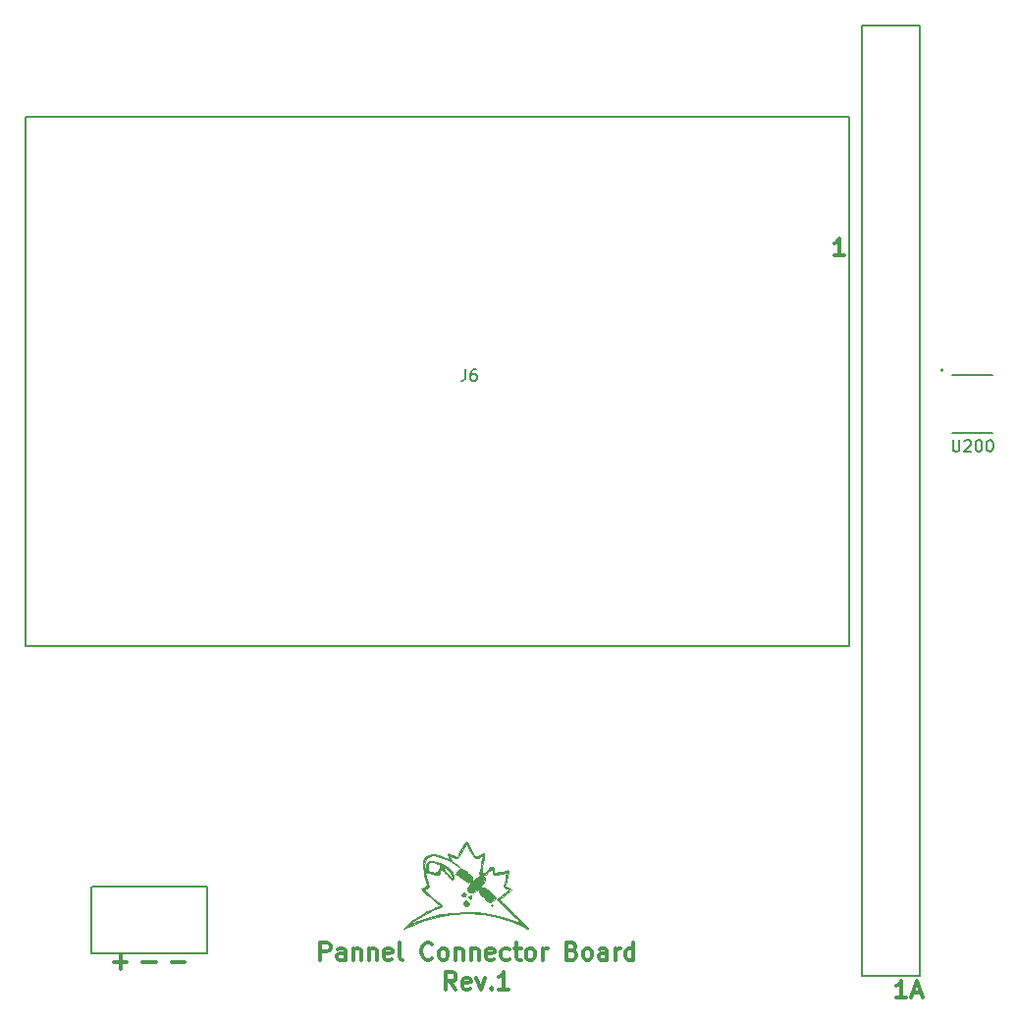
<source format=gbr>
G04 #@! TF.FileFunction,Legend,Top*
%FSLAX46Y46*%
G04 Gerber Fmt 4.6, Leading zero omitted, Abs format (unit mm)*
G04 Created by KiCad (PCBNEW 4.0.7-e2-6376~58~ubuntu16.04.1) date Sun Mar 18 18:41:19 2018*
%MOMM*%
%LPD*%
G01*
G04 APERTURE LIST*
%ADD10C,0.100000*%
%ADD11C,0.300000*%
%ADD12C,0.150000*%
%ADD13C,0.010000*%
G04 APERTURE END LIST*
D10*
D11*
X140250001Y-128903571D02*
X140250001Y-127403571D01*
X140821429Y-127403571D01*
X140964287Y-127475000D01*
X141035715Y-127546429D01*
X141107144Y-127689286D01*
X141107144Y-127903571D01*
X141035715Y-128046429D01*
X140964287Y-128117857D01*
X140821429Y-128189286D01*
X140250001Y-128189286D01*
X142392858Y-128903571D02*
X142392858Y-128117857D01*
X142321429Y-127975000D01*
X142178572Y-127903571D01*
X141892858Y-127903571D01*
X141750001Y-127975000D01*
X142392858Y-128832143D02*
X142250001Y-128903571D01*
X141892858Y-128903571D01*
X141750001Y-128832143D01*
X141678572Y-128689286D01*
X141678572Y-128546429D01*
X141750001Y-128403571D01*
X141892858Y-128332143D01*
X142250001Y-128332143D01*
X142392858Y-128260714D01*
X143107144Y-127903571D02*
X143107144Y-128903571D01*
X143107144Y-128046429D02*
X143178572Y-127975000D01*
X143321430Y-127903571D01*
X143535715Y-127903571D01*
X143678572Y-127975000D01*
X143750001Y-128117857D01*
X143750001Y-128903571D01*
X144464287Y-127903571D02*
X144464287Y-128903571D01*
X144464287Y-128046429D02*
X144535715Y-127975000D01*
X144678573Y-127903571D01*
X144892858Y-127903571D01*
X145035715Y-127975000D01*
X145107144Y-128117857D01*
X145107144Y-128903571D01*
X146392858Y-128832143D02*
X146250001Y-128903571D01*
X145964287Y-128903571D01*
X145821430Y-128832143D01*
X145750001Y-128689286D01*
X145750001Y-128117857D01*
X145821430Y-127975000D01*
X145964287Y-127903571D01*
X146250001Y-127903571D01*
X146392858Y-127975000D01*
X146464287Y-128117857D01*
X146464287Y-128260714D01*
X145750001Y-128403571D01*
X147321430Y-128903571D02*
X147178572Y-128832143D01*
X147107144Y-128689286D01*
X147107144Y-127403571D01*
X149892858Y-128760714D02*
X149821429Y-128832143D01*
X149607143Y-128903571D01*
X149464286Y-128903571D01*
X149250001Y-128832143D01*
X149107143Y-128689286D01*
X149035715Y-128546429D01*
X148964286Y-128260714D01*
X148964286Y-128046429D01*
X149035715Y-127760714D01*
X149107143Y-127617857D01*
X149250001Y-127475000D01*
X149464286Y-127403571D01*
X149607143Y-127403571D01*
X149821429Y-127475000D01*
X149892858Y-127546429D01*
X150750001Y-128903571D02*
X150607143Y-128832143D01*
X150535715Y-128760714D01*
X150464286Y-128617857D01*
X150464286Y-128189286D01*
X150535715Y-128046429D01*
X150607143Y-127975000D01*
X150750001Y-127903571D01*
X150964286Y-127903571D01*
X151107143Y-127975000D01*
X151178572Y-128046429D01*
X151250001Y-128189286D01*
X151250001Y-128617857D01*
X151178572Y-128760714D01*
X151107143Y-128832143D01*
X150964286Y-128903571D01*
X150750001Y-128903571D01*
X151892858Y-127903571D02*
X151892858Y-128903571D01*
X151892858Y-128046429D02*
X151964286Y-127975000D01*
X152107144Y-127903571D01*
X152321429Y-127903571D01*
X152464286Y-127975000D01*
X152535715Y-128117857D01*
X152535715Y-128903571D01*
X153250001Y-127903571D02*
X153250001Y-128903571D01*
X153250001Y-128046429D02*
X153321429Y-127975000D01*
X153464287Y-127903571D01*
X153678572Y-127903571D01*
X153821429Y-127975000D01*
X153892858Y-128117857D01*
X153892858Y-128903571D01*
X155178572Y-128832143D02*
X155035715Y-128903571D01*
X154750001Y-128903571D01*
X154607144Y-128832143D01*
X154535715Y-128689286D01*
X154535715Y-128117857D01*
X154607144Y-127975000D01*
X154750001Y-127903571D01*
X155035715Y-127903571D01*
X155178572Y-127975000D01*
X155250001Y-128117857D01*
X155250001Y-128260714D01*
X154535715Y-128403571D01*
X156535715Y-128832143D02*
X156392858Y-128903571D01*
X156107144Y-128903571D01*
X155964286Y-128832143D01*
X155892858Y-128760714D01*
X155821429Y-128617857D01*
X155821429Y-128189286D01*
X155892858Y-128046429D01*
X155964286Y-127975000D01*
X156107144Y-127903571D01*
X156392858Y-127903571D01*
X156535715Y-127975000D01*
X156964286Y-127903571D02*
X157535715Y-127903571D01*
X157178572Y-127403571D02*
X157178572Y-128689286D01*
X157250000Y-128832143D01*
X157392858Y-128903571D01*
X157535715Y-128903571D01*
X158250001Y-128903571D02*
X158107143Y-128832143D01*
X158035715Y-128760714D01*
X157964286Y-128617857D01*
X157964286Y-128189286D01*
X158035715Y-128046429D01*
X158107143Y-127975000D01*
X158250001Y-127903571D01*
X158464286Y-127903571D01*
X158607143Y-127975000D01*
X158678572Y-128046429D01*
X158750001Y-128189286D01*
X158750001Y-128617857D01*
X158678572Y-128760714D01*
X158607143Y-128832143D01*
X158464286Y-128903571D01*
X158250001Y-128903571D01*
X159392858Y-128903571D02*
X159392858Y-127903571D01*
X159392858Y-128189286D02*
X159464286Y-128046429D01*
X159535715Y-127975000D01*
X159678572Y-127903571D01*
X159821429Y-127903571D01*
X161964286Y-128117857D02*
X162178572Y-128189286D01*
X162250000Y-128260714D01*
X162321429Y-128403571D01*
X162321429Y-128617857D01*
X162250000Y-128760714D01*
X162178572Y-128832143D01*
X162035714Y-128903571D01*
X161464286Y-128903571D01*
X161464286Y-127403571D01*
X161964286Y-127403571D01*
X162107143Y-127475000D01*
X162178572Y-127546429D01*
X162250000Y-127689286D01*
X162250000Y-127832143D01*
X162178572Y-127975000D01*
X162107143Y-128046429D01*
X161964286Y-128117857D01*
X161464286Y-128117857D01*
X163178572Y-128903571D02*
X163035714Y-128832143D01*
X162964286Y-128760714D01*
X162892857Y-128617857D01*
X162892857Y-128189286D01*
X162964286Y-128046429D01*
X163035714Y-127975000D01*
X163178572Y-127903571D01*
X163392857Y-127903571D01*
X163535714Y-127975000D01*
X163607143Y-128046429D01*
X163678572Y-128189286D01*
X163678572Y-128617857D01*
X163607143Y-128760714D01*
X163535714Y-128832143D01*
X163392857Y-128903571D01*
X163178572Y-128903571D01*
X164964286Y-128903571D02*
X164964286Y-128117857D01*
X164892857Y-127975000D01*
X164750000Y-127903571D01*
X164464286Y-127903571D01*
X164321429Y-127975000D01*
X164964286Y-128832143D02*
X164821429Y-128903571D01*
X164464286Y-128903571D01*
X164321429Y-128832143D01*
X164250000Y-128689286D01*
X164250000Y-128546429D01*
X164321429Y-128403571D01*
X164464286Y-128332143D01*
X164821429Y-128332143D01*
X164964286Y-128260714D01*
X165678572Y-128903571D02*
X165678572Y-127903571D01*
X165678572Y-128189286D02*
X165750000Y-128046429D01*
X165821429Y-127975000D01*
X165964286Y-127903571D01*
X166107143Y-127903571D01*
X167250000Y-128903571D02*
X167250000Y-127403571D01*
X167250000Y-128832143D02*
X167107143Y-128903571D01*
X166821429Y-128903571D01*
X166678571Y-128832143D01*
X166607143Y-128760714D01*
X166535714Y-128617857D01*
X166535714Y-128189286D01*
X166607143Y-128046429D01*
X166678571Y-127975000D01*
X166821429Y-127903571D01*
X167107143Y-127903571D01*
X167250000Y-127975000D01*
X151928572Y-131453571D02*
X151428572Y-130739286D01*
X151071429Y-131453571D02*
X151071429Y-129953571D01*
X151642857Y-129953571D01*
X151785715Y-130025000D01*
X151857143Y-130096429D01*
X151928572Y-130239286D01*
X151928572Y-130453571D01*
X151857143Y-130596429D01*
X151785715Y-130667857D01*
X151642857Y-130739286D01*
X151071429Y-130739286D01*
X153142857Y-131382143D02*
X153000000Y-131453571D01*
X152714286Y-131453571D01*
X152571429Y-131382143D01*
X152500000Y-131239286D01*
X152500000Y-130667857D01*
X152571429Y-130525000D01*
X152714286Y-130453571D01*
X153000000Y-130453571D01*
X153142857Y-130525000D01*
X153214286Y-130667857D01*
X153214286Y-130810714D01*
X152500000Y-130953571D01*
X153714286Y-130453571D02*
X154071429Y-131453571D01*
X154428571Y-130453571D01*
X155000000Y-131310714D02*
X155071428Y-131382143D01*
X155000000Y-131453571D01*
X154928571Y-131382143D01*
X155000000Y-131310714D01*
X155000000Y-131453571D01*
X156500000Y-131453571D02*
X155642857Y-131453571D01*
X156071429Y-131453571D02*
X156071429Y-129953571D01*
X155928572Y-130167857D01*
X155785714Y-130310714D01*
X155642857Y-130382143D01*
X190785715Y-132178571D02*
X189928572Y-132178571D01*
X190357144Y-132178571D02*
X190357144Y-130678571D01*
X190214287Y-130892857D01*
X190071429Y-131035714D01*
X189928572Y-131107143D01*
X191357143Y-131750000D02*
X192071429Y-131750000D01*
X191214286Y-132178571D02*
X191714286Y-130678571D01*
X192214286Y-132178571D01*
X185428572Y-68178571D02*
X184571429Y-68178571D01*
X185000001Y-68178571D02*
X185000001Y-66678571D01*
X184857144Y-66892857D01*
X184714286Y-67035714D01*
X184571429Y-67107143D01*
X127428572Y-129107143D02*
X128571429Y-129107143D01*
X124928572Y-129107143D02*
X126071429Y-129107143D01*
X122428572Y-129107143D02*
X123571429Y-129107143D01*
X123000000Y-129678571D02*
X123000000Y-128535714D01*
D12*
X185880000Y-101860000D02*
X114780000Y-101860000D01*
X185880000Y-56160000D02*
X185880000Y-101860000D01*
X114780000Y-56160000D02*
X185880000Y-56160000D01*
X114780000Y-101860000D02*
X114780000Y-56160000D01*
X193920711Y-78050000D02*
G75*
G03X193920711Y-78050000I-70711J0D01*
G01*
X198250000Y-83500000D02*
X194750000Y-83500000D01*
X198250000Y-78500000D02*
X194750000Y-78500000D01*
X120550000Y-128350000D02*
X130450000Y-128350000D01*
X130500000Y-122600000D02*
X130500000Y-128350000D01*
X120550000Y-122600000D02*
X130450000Y-122600000D01*
X120500000Y-122600000D02*
X120500000Y-128350000D01*
D13*
G36*
X152893536Y-118759689D02*
X153011410Y-118945070D01*
X153161358Y-119210617D01*
X153210995Y-119303833D01*
X153367392Y-119596523D01*
X153497378Y-119830473D01*
X153578464Y-119965485D01*
X153589380Y-119980127D01*
X153691113Y-119982612D01*
X153879424Y-119914229D01*
X153959387Y-119874293D01*
X154171217Y-119769287D01*
X154320648Y-119710520D01*
X154345715Y-119706000D01*
X154374059Y-119780781D01*
X154367548Y-119972818D01*
X154346022Y-120129333D01*
X154284795Y-120489116D01*
X154220079Y-120869255D01*
X154202975Y-120969692D01*
X154168074Y-121222330D01*
X154180088Y-121355608D01*
X154246788Y-121414915D01*
X154281048Y-121425708D01*
X154446091Y-121391060D01*
X154648717Y-121236252D01*
X154664246Y-121220349D01*
X154791817Y-121068826D01*
X154831303Y-120981559D01*
X154819007Y-120973425D01*
X154815584Y-120937892D01*
X154897916Y-120878909D01*
X155061432Y-120848791D01*
X155167333Y-120969044D01*
X155204037Y-121211749D01*
X155216237Y-121322450D01*
X155278818Y-121371935D01*
X155433678Y-121372997D01*
X155649834Y-121347882D01*
X155946877Y-121300462D01*
X156203168Y-121244186D01*
X156294271Y-121216473D01*
X156427858Y-121179915D01*
X156470957Y-121234949D01*
X156452782Y-121418909D01*
X156452768Y-121419007D01*
X156404693Y-121665838D01*
X156329452Y-121979889D01*
X156287365Y-122136443D01*
X156163404Y-122577220D01*
X156455398Y-122693683D01*
X156747392Y-122810145D01*
X156251529Y-123223889D01*
X156009511Y-123425246D01*
X155821096Y-123580918D01*
X155721249Y-123662043D01*
X155715349Y-123666523D01*
X155760991Y-123731204D01*
X155911545Y-123895423D01*
X156149765Y-124141456D01*
X156458404Y-124451579D01*
X156820213Y-124808067D01*
X156934543Y-124919457D01*
X157308695Y-125287147D01*
X157634316Y-125614979D01*
X157894201Y-125884975D01*
X158071144Y-126079153D01*
X158147940Y-126179535D01*
X158148989Y-126188566D01*
X158053809Y-126180697D01*
X157873586Y-126105013D01*
X157818796Y-126075986D01*
X157604188Y-125969962D01*
X157290913Y-125830247D01*
X156938627Y-125683222D01*
X156856334Y-125650345D01*
X155574190Y-125232605D01*
X154260311Y-124977200D01*
X152929486Y-124883650D01*
X151596505Y-124951474D01*
X150276157Y-125180191D01*
X148983232Y-125569321D01*
X148106953Y-125934779D01*
X147811458Y-126069528D01*
X147576845Y-126170137D01*
X147443394Y-126219533D01*
X147429620Y-126221861D01*
X147456488Y-126168948D01*
X147582125Y-126034502D01*
X147754667Y-125870510D01*
X147959403Y-125703791D01*
X148144037Y-125703791D01*
X148186773Y-125718656D01*
X148350250Y-125675222D01*
X148599981Y-125582850D01*
X148620723Y-125574416D01*
X149010742Y-125426173D01*
X149445219Y-125277457D01*
X149702000Y-125198160D01*
X150660226Y-124978799D01*
X151709892Y-124839034D01*
X152791500Y-124782181D01*
X153845555Y-124811553D01*
X154739667Y-124917554D01*
X155141485Y-125003378D01*
X155646677Y-125135745D01*
X156201381Y-125298341D01*
X156751736Y-125474848D01*
X157243883Y-125648951D01*
X157530134Y-125762881D01*
X157525652Y-125730353D01*
X157414193Y-125597563D01*
X157211332Y-125381106D01*
X156932644Y-125097575D01*
X156593704Y-124763563D01*
X156576316Y-124746671D01*
X155456698Y-123659692D01*
X155690849Y-123512183D01*
X155906587Y-123360823D01*
X156155384Y-123165609D01*
X156221334Y-123110103D01*
X156517667Y-122855531D01*
X156284834Y-122748842D01*
X156151417Y-122683249D01*
X156081071Y-122612343D01*
X156068924Y-122495948D01*
X156110109Y-122293886D01*
X156192931Y-121990542D01*
X156258370Y-121717049D01*
X156287792Y-121511982D01*
X156278119Y-121427897D01*
X156171388Y-121414466D01*
X155954428Y-121438241D01*
X155757465Y-121476196D01*
X155430276Y-121534404D01*
X155233576Y-121524636D01*
X155139897Y-121439924D01*
X155120667Y-121314666D01*
X155085780Y-121148697D01*
X154978626Y-121130569D01*
X154795466Y-121260600D01*
X154703808Y-121350320D01*
X154522132Y-121521298D01*
X154388452Y-121584295D01*
X154243395Y-121562270D01*
X154197859Y-121545968D01*
X153966266Y-121458551D01*
X154076970Y-120857442D01*
X154138849Y-120528798D01*
X154194934Y-120243544D01*
X154233147Y-120063101D01*
X154233318Y-120062376D01*
X154254766Y-119935983D01*
X154207726Y-119914034D01*
X154053983Y-119984785D01*
X154026685Y-119998876D01*
X153805531Y-120095337D01*
X153638675Y-120104513D01*
X153493371Y-120008238D01*
X153336871Y-119788345D01*
X153196079Y-119538104D01*
X153040036Y-119261188D01*
X152910353Y-119053327D01*
X152829876Y-118950517D01*
X152819896Y-118945437D01*
X152757123Y-119014745D01*
X152643880Y-119199105D01*
X152502975Y-119460913D01*
X152481229Y-119503811D01*
X152329339Y-119782667D01*
X152190803Y-119997115D01*
X152093200Y-120104945D01*
X152086138Y-120108489D01*
X151940231Y-120103911D01*
X151726549Y-120034995D01*
X151683971Y-120015714D01*
X151496017Y-119932324D01*
X151414739Y-119928928D01*
X151395620Y-120009271D01*
X151395334Y-120039989D01*
X151440444Y-120212354D01*
X151591631Y-120387573D01*
X151872680Y-120591417D01*
X151947875Y-120638698D01*
X152124569Y-120761781D01*
X152210159Y-120849575D01*
X152210070Y-120866819D01*
X152124362Y-120845436D01*
X151945728Y-120747569D01*
X151779605Y-120639584D01*
X151275534Y-120334226D01*
X150757360Y-120092940D01*
X150279970Y-119939798D01*
X150112913Y-119908639D01*
X149848484Y-119890132D01*
X149664309Y-119939206D01*
X149495073Y-120061447D01*
X149333083Y-120244126D01*
X149246610Y-120477599D01*
X149215745Y-120694814D01*
X149207422Y-120984537D01*
X149244928Y-121155625D01*
X149267982Y-121181063D01*
X149327643Y-121179233D01*
X149314765Y-121117281D01*
X149315258Y-120964979D01*
X149320677Y-120944921D01*
X149500841Y-120944921D01*
X149506144Y-121159708D01*
X149569807Y-121264046D01*
X149735542Y-121316185D01*
X149786667Y-121325820D01*
X150117341Y-121369577D01*
X150319166Y-121347281D01*
X150422453Y-121250698D01*
X150450946Y-121145333D01*
X150505671Y-120940773D01*
X150560620Y-120837807D01*
X150743304Y-120837807D01*
X150774564Y-120916747D01*
X150896367Y-121087845D01*
X151084822Y-121318443D01*
X151148696Y-121391971D01*
X151359594Y-121625829D01*
X151523698Y-121797019D01*
X151613233Y-121876924D01*
X151621329Y-121878893D01*
X151616405Y-121790758D01*
X151574526Y-121602602D01*
X151561304Y-121553283D01*
X151414522Y-121267421D01*
X151132496Y-121022535D01*
X150924933Y-120898640D01*
X150779521Y-120836740D01*
X150743304Y-120837807D01*
X150560620Y-120837807D01*
X150563777Y-120831893D01*
X150572621Y-120742836D01*
X150438647Y-120646570D01*
X150333658Y-120599060D01*
X149971415Y-120484790D01*
X149718317Y-120495428D01*
X149565120Y-120634813D01*
X149502581Y-120906783D01*
X149500841Y-120944921D01*
X149320677Y-120944921D01*
X149375495Y-120742051D01*
X149396081Y-120689550D01*
X149495804Y-120491648D01*
X149616785Y-120404463D01*
X149827786Y-120383513D01*
X149869428Y-120383333D01*
X150185303Y-120436090D01*
X150586989Y-120582486D01*
X151032814Y-120804710D01*
X151432010Y-121051191D01*
X151599573Y-121200307D01*
X151683513Y-121394327D01*
X151712710Y-121605933D01*
X151716730Y-121852439D01*
X151668941Y-121968778D01*
X151557763Y-121953083D01*
X151371615Y-121803488D01*
X151098915Y-121518128D01*
X151087217Y-121505166D01*
X150863902Y-121260633D01*
X150724778Y-121137210D01*
X150638674Y-121132051D01*
X150574420Y-121242310D01*
X150505030Y-121451989D01*
X150433669Y-121541743D01*
X150273632Y-121546382D01*
X150187530Y-121530103D01*
X149902729Y-121474715D01*
X149605375Y-121425201D01*
X149297084Y-121379507D01*
X149467206Y-121999921D01*
X149544598Y-122322907D01*
X149575902Y-122548864D01*
X149556950Y-122646917D01*
X149554671Y-122647887D01*
X149423016Y-122717158D01*
X149323870Y-122783765D01*
X149273904Y-122838584D01*
X149281425Y-122909383D01*
X149363497Y-123015859D01*
X149537182Y-123177711D01*
X149819542Y-123414637D01*
X149992807Y-123556035D01*
X150297528Y-123811946D01*
X150539628Y-124031335D01*
X150696334Y-124192339D01*
X150744876Y-124273097D01*
X150742777Y-124276026D01*
X150636057Y-124331274D01*
X150414489Y-124426644D01*
X150122000Y-124543401D01*
X150060335Y-124567106D01*
X149757944Y-124699174D01*
X149403504Y-124879086D01*
X149033718Y-125085071D01*
X148685289Y-125295359D01*
X148394917Y-125488180D01*
X148199306Y-125641763D01*
X148144037Y-125703791D01*
X147959403Y-125703791D01*
X148244400Y-125471716D01*
X148818973Y-125079916D01*
X149413331Y-124736101D01*
X149954501Y-124484360D01*
X150238091Y-124366784D01*
X150447015Y-124268117D01*
X150542783Y-124206818D01*
X150545031Y-124201124D01*
X150480827Y-124132506D01*
X150308634Y-123982557D01*
X150054596Y-123773303D01*
X149744857Y-123526768D01*
X149740697Y-123523508D01*
X149364073Y-123222594D01*
X149114547Y-123007355D01*
X148981081Y-122865523D01*
X148952636Y-122784831D01*
X149018175Y-122753013D01*
X149045834Y-122751307D01*
X149194786Y-122701306D01*
X149302483Y-122634202D01*
X149395843Y-122530477D01*
X149410176Y-122383446D01*
X149371591Y-122192395D01*
X149306351Y-121931453D01*
X149220849Y-121590060D01*
X149151792Y-121314667D01*
X149072966Y-120784568D01*
X149122464Y-120360905D01*
X149291821Y-120050302D01*
X149572569Y-119859386D01*
X149956243Y-119794783D01*
X150434375Y-119863118D01*
X150833296Y-119998737D01*
X151329591Y-120202788D01*
X151279912Y-119954394D01*
X151253139Y-119791707D01*
X151278453Y-119724736D01*
X151386823Y-119747720D01*
X151609220Y-119854899D01*
X151664192Y-119882913D01*
X151826716Y-119966278D01*
X151941851Y-120004320D01*
X152035331Y-119977098D01*
X152132891Y-119864667D01*
X152260264Y-119647086D01*
X152443186Y-119304410D01*
X152466054Y-119261500D01*
X152618272Y-118989572D01*
X152744792Y-118787826D01*
X152822276Y-118692930D01*
X152829797Y-118690000D01*
X152893536Y-118759689D01*
X152893536Y-118759689D01*
G37*
X152893536Y-118759689D02*
X153011410Y-118945070D01*
X153161358Y-119210617D01*
X153210995Y-119303833D01*
X153367392Y-119596523D01*
X153497378Y-119830473D01*
X153578464Y-119965485D01*
X153589380Y-119980127D01*
X153691113Y-119982612D01*
X153879424Y-119914229D01*
X153959387Y-119874293D01*
X154171217Y-119769287D01*
X154320648Y-119710520D01*
X154345715Y-119706000D01*
X154374059Y-119780781D01*
X154367548Y-119972818D01*
X154346022Y-120129333D01*
X154284795Y-120489116D01*
X154220079Y-120869255D01*
X154202975Y-120969692D01*
X154168074Y-121222330D01*
X154180088Y-121355608D01*
X154246788Y-121414915D01*
X154281048Y-121425708D01*
X154446091Y-121391060D01*
X154648717Y-121236252D01*
X154664246Y-121220349D01*
X154791817Y-121068826D01*
X154831303Y-120981559D01*
X154819007Y-120973425D01*
X154815584Y-120937892D01*
X154897916Y-120878909D01*
X155061432Y-120848791D01*
X155167333Y-120969044D01*
X155204037Y-121211749D01*
X155216237Y-121322450D01*
X155278818Y-121371935D01*
X155433678Y-121372997D01*
X155649834Y-121347882D01*
X155946877Y-121300462D01*
X156203168Y-121244186D01*
X156294271Y-121216473D01*
X156427858Y-121179915D01*
X156470957Y-121234949D01*
X156452782Y-121418909D01*
X156452768Y-121419007D01*
X156404693Y-121665838D01*
X156329452Y-121979889D01*
X156287365Y-122136443D01*
X156163404Y-122577220D01*
X156455398Y-122693683D01*
X156747392Y-122810145D01*
X156251529Y-123223889D01*
X156009511Y-123425246D01*
X155821096Y-123580918D01*
X155721249Y-123662043D01*
X155715349Y-123666523D01*
X155760991Y-123731204D01*
X155911545Y-123895423D01*
X156149765Y-124141456D01*
X156458404Y-124451579D01*
X156820213Y-124808067D01*
X156934543Y-124919457D01*
X157308695Y-125287147D01*
X157634316Y-125614979D01*
X157894201Y-125884975D01*
X158071144Y-126079153D01*
X158147940Y-126179535D01*
X158148989Y-126188566D01*
X158053809Y-126180697D01*
X157873586Y-126105013D01*
X157818796Y-126075986D01*
X157604188Y-125969962D01*
X157290913Y-125830247D01*
X156938627Y-125683222D01*
X156856334Y-125650345D01*
X155574190Y-125232605D01*
X154260311Y-124977200D01*
X152929486Y-124883650D01*
X151596505Y-124951474D01*
X150276157Y-125180191D01*
X148983232Y-125569321D01*
X148106953Y-125934779D01*
X147811458Y-126069528D01*
X147576845Y-126170137D01*
X147443394Y-126219533D01*
X147429620Y-126221861D01*
X147456488Y-126168948D01*
X147582125Y-126034502D01*
X147754667Y-125870510D01*
X147959403Y-125703791D01*
X148144037Y-125703791D01*
X148186773Y-125718656D01*
X148350250Y-125675222D01*
X148599981Y-125582850D01*
X148620723Y-125574416D01*
X149010742Y-125426173D01*
X149445219Y-125277457D01*
X149702000Y-125198160D01*
X150660226Y-124978799D01*
X151709892Y-124839034D01*
X152791500Y-124782181D01*
X153845555Y-124811553D01*
X154739667Y-124917554D01*
X155141485Y-125003378D01*
X155646677Y-125135745D01*
X156201381Y-125298341D01*
X156751736Y-125474848D01*
X157243883Y-125648951D01*
X157530134Y-125762881D01*
X157525652Y-125730353D01*
X157414193Y-125597563D01*
X157211332Y-125381106D01*
X156932644Y-125097575D01*
X156593704Y-124763563D01*
X156576316Y-124746671D01*
X155456698Y-123659692D01*
X155690849Y-123512183D01*
X155906587Y-123360823D01*
X156155384Y-123165609D01*
X156221334Y-123110103D01*
X156517667Y-122855531D01*
X156284834Y-122748842D01*
X156151417Y-122683249D01*
X156081071Y-122612343D01*
X156068924Y-122495948D01*
X156110109Y-122293886D01*
X156192931Y-121990542D01*
X156258370Y-121717049D01*
X156287792Y-121511982D01*
X156278119Y-121427897D01*
X156171388Y-121414466D01*
X155954428Y-121438241D01*
X155757465Y-121476196D01*
X155430276Y-121534404D01*
X155233576Y-121524636D01*
X155139897Y-121439924D01*
X155120667Y-121314666D01*
X155085780Y-121148697D01*
X154978626Y-121130569D01*
X154795466Y-121260600D01*
X154703808Y-121350320D01*
X154522132Y-121521298D01*
X154388452Y-121584295D01*
X154243395Y-121562270D01*
X154197859Y-121545968D01*
X153966266Y-121458551D01*
X154076970Y-120857442D01*
X154138849Y-120528798D01*
X154194934Y-120243544D01*
X154233147Y-120063101D01*
X154233318Y-120062376D01*
X154254766Y-119935983D01*
X154207726Y-119914034D01*
X154053983Y-119984785D01*
X154026685Y-119998876D01*
X153805531Y-120095337D01*
X153638675Y-120104513D01*
X153493371Y-120008238D01*
X153336871Y-119788345D01*
X153196079Y-119538104D01*
X153040036Y-119261188D01*
X152910353Y-119053327D01*
X152829876Y-118950517D01*
X152819896Y-118945437D01*
X152757123Y-119014745D01*
X152643880Y-119199105D01*
X152502975Y-119460913D01*
X152481229Y-119503811D01*
X152329339Y-119782667D01*
X152190803Y-119997115D01*
X152093200Y-120104945D01*
X152086138Y-120108489D01*
X151940231Y-120103911D01*
X151726549Y-120034995D01*
X151683971Y-120015714D01*
X151496017Y-119932324D01*
X151414739Y-119928928D01*
X151395620Y-120009271D01*
X151395334Y-120039989D01*
X151440444Y-120212354D01*
X151591631Y-120387573D01*
X151872680Y-120591417D01*
X151947875Y-120638698D01*
X152124569Y-120761781D01*
X152210159Y-120849575D01*
X152210070Y-120866819D01*
X152124362Y-120845436D01*
X151945728Y-120747569D01*
X151779605Y-120639584D01*
X151275534Y-120334226D01*
X150757360Y-120092940D01*
X150279970Y-119939798D01*
X150112913Y-119908639D01*
X149848484Y-119890132D01*
X149664309Y-119939206D01*
X149495073Y-120061447D01*
X149333083Y-120244126D01*
X149246610Y-120477599D01*
X149215745Y-120694814D01*
X149207422Y-120984537D01*
X149244928Y-121155625D01*
X149267982Y-121181063D01*
X149327643Y-121179233D01*
X149314765Y-121117281D01*
X149315258Y-120964979D01*
X149320677Y-120944921D01*
X149500841Y-120944921D01*
X149506144Y-121159708D01*
X149569807Y-121264046D01*
X149735542Y-121316185D01*
X149786667Y-121325820D01*
X150117341Y-121369577D01*
X150319166Y-121347281D01*
X150422453Y-121250698D01*
X150450946Y-121145333D01*
X150505671Y-120940773D01*
X150560620Y-120837807D01*
X150743304Y-120837807D01*
X150774564Y-120916747D01*
X150896367Y-121087845D01*
X151084822Y-121318443D01*
X151148696Y-121391971D01*
X151359594Y-121625829D01*
X151523698Y-121797019D01*
X151613233Y-121876924D01*
X151621329Y-121878893D01*
X151616405Y-121790758D01*
X151574526Y-121602602D01*
X151561304Y-121553283D01*
X151414522Y-121267421D01*
X151132496Y-121022535D01*
X150924933Y-120898640D01*
X150779521Y-120836740D01*
X150743304Y-120837807D01*
X150560620Y-120837807D01*
X150563777Y-120831893D01*
X150572621Y-120742836D01*
X150438647Y-120646570D01*
X150333658Y-120599060D01*
X149971415Y-120484790D01*
X149718317Y-120495428D01*
X149565120Y-120634813D01*
X149502581Y-120906783D01*
X149500841Y-120944921D01*
X149320677Y-120944921D01*
X149375495Y-120742051D01*
X149396081Y-120689550D01*
X149495804Y-120491648D01*
X149616785Y-120404463D01*
X149827786Y-120383513D01*
X149869428Y-120383333D01*
X150185303Y-120436090D01*
X150586989Y-120582486D01*
X151032814Y-120804710D01*
X151432010Y-121051191D01*
X151599573Y-121200307D01*
X151683513Y-121394327D01*
X151712710Y-121605933D01*
X151716730Y-121852439D01*
X151668941Y-121968778D01*
X151557763Y-121953083D01*
X151371615Y-121803488D01*
X151098915Y-121518128D01*
X151087217Y-121505166D01*
X150863902Y-121260633D01*
X150724778Y-121137210D01*
X150638674Y-121132051D01*
X150574420Y-121242310D01*
X150505030Y-121451989D01*
X150433669Y-121541743D01*
X150273632Y-121546382D01*
X150187530Y-121530103D01*
X149902729Y-121474715D01*
X149605375Y-121425201D01*
X149297084Y-121379507D01*
X149467206Y-121999921D01*
X149544598Y-122322907D01*
X149575902Y-122548864D01*
X149556950Y-122646917D01*
X149554671Y-122647887D01*
X149423016Y-122717158D01*
X149323870Y-122783765D01*
X149273904Y-122838584D01*
X149281425Y-122909383D01*
X149363497Y-123015859D01*
X149537182Y-123177711D01*
X149819542Y-123414637D01*
X149992807Y-123556035D01*
X150297528Y-123811946D01*
X150539628Y-124031335D01*
X150696334Y-124192339D01*
X150744876Y-124273097D01*
X150742777Y-124276026D01*
X150636057Y-124331274D01*
X150414489Y-124426644D01*
X150122000Y-124543401D01*
X150060335Y-124567106D01*
X149757944Y-124699174D01*
X149403504Y-124879086D01*
X149033718Y-125085071D01*
X148685289Y-125295359D01*
X148394917Y-125488180D01*
X148199306Y-125641763D01*
X148144037Y-125703791D01*
X147959403Y-125703791D01*
X148244400Y-125471716D01*
X148818973Y-125079916D01*
X149413331Y-124736101D01*
X149954501Y-124484360D01*
X150238091Y-124366784D01*
X150447015Y-124268117D01*
X150542783Y-124206818D01*
X150545031Y-124201124D01*
X150480827Y-124132506D01*
X150308634Y-123982557D01*
X150054596Y-123773303D01*
X149744857Y-123526768D01*
X149740697Y-123523508D01*
X149364073Y-123222594D01*
X149114547Y-123007355D01*
X148981081Y-122865523D01*
X148952636Y-122784831D01*
X149018175Y-122753013D01*
X149045834Y-122751307D01*
X149194786Y-122701306D01*
X149302483Y-122634202D01*
X149395843Y-122530477D01*
X149410176Y-122383446D01*
X149371591Y-122192395D01*
X149306351Y-121931453D01*
X149220849Y-121590060D01*
X149151792Y-121314667D01*
X149072966Y-120784568D01*
X149122464Y-120360905D01*
X149291821Y-120050302D01*
X149572569Y-119859386D01*
X149956243Y-119794783D01*
X150434375Y-119863118D01*
X150833296Y-119998737D01*
X151329591Y-120202788D01*
X151279912Y-119954394D01*
X151253139Y-119791707D01*
X151278453Y-119724736D01*
X151386823Y-119747720D01*
X151609220Y-119854899D01*
X151664192Y-119882913D01*
X151826716Y-119966278D01*
X151941851Y-120004320D01*
X152035331Y-119977098D01*
X152132891Y-119864667D01*
X152260264Y-119647086D01*
X152443186Y-119304410D01*
X152466054Y-119261500D01*
X152618272Y-118989572D01*
X152744792Y-118787826D01*
X152822276Y-118692930D01*
X152829797Y-118690000D01*
X152893536Y-118759689D01*
G36*
X152902590Y-123809703D02*
X153001422Y-123902340D01*
X153108940Y-124027860D01*
X153089616Y-124110716D01*
X152977268Y-124198463D01*
X152829657Y-124283346D01*
X152724457Y-124253544D01*
X152651055Y-124184184D01*
X152559408Y-124065893D01*
X152590280Y-123970997D01*
X152675210Y-123888062D01*
X152805136Y-123789027D01*
X152902590Y-123809703D01*
X152902590Y-123809703D01*
G37*
X152902590Y-123809703D02*
X153001422Y-123902340D01*
X153108940Y-124027860D01*
X153089616Y-124110716D01*
X152977268Y-124198463D01*
X152829657Y-124283346D01*
X152724457Y-124253544D01*
X152651055Y-124184184D01*
X152559408Y-124065893D01*
X152590280Y-123970997D01*
X152675210Y-123888062D01*
X152805136Y-123789027D01*
X152902590Y-123809703D01*
G36*
X155118207Y-124173096D02*
X155120667Y-124193333D01*
X155056238Y-124275540D01*
X155036000Y-124278000D01*
X154953794Y-124213571D01*
X154951334Y-124193333D01*
X155015763Y-124111127D01*
X155036000Y-124108667D01*
X155118207Y-124173096D01*
X155118207Y-124173096D01*
G37*
X155118207Y-124173096D02*
X155120667Y-124193333D01*
X155056238Y-124275540D01*
X155036000Y-124278000D01*
X154953794Y-124213571D01*
X154951334Y-124193333D01*
X155015763Y-124111127D01*
X155036000Y-124108667D01*
X155118207Y-124173096D01*
G36*
X152448416Y-121025012D02*
X152640386Y-121154303D01*
X152885287Y-121337249D01*
X152917199Y-121362195D01*
X153187131Y-121589365D01*
X153331707Y-121754122D01*
X153370901Y-121880964D01*
X153365840Y-121912528D01*
X153357648Y-122049365D01*
X153441743Y-122051339D01*
X153621102Y-121917617D01*
X153738684Y-121808111D01*
X153922498Y-121645695D01*
X154053884Y-121590046D01*
X154191975Y-121620547D01*
X154229548Y-121636963D01*
X154402991Y-121788593D01*
X154433741Y-121998233D01*
X154321699Y-122232558D01*
X154231667Y-122330667D01*
X154064469Y-122517293D01*
X154033805Y-122628706D01*
X154140333Y-122655209D01*
X154210500Y-122642547D01*
X154347014Y-122648689D01*
X154522692Y-122738974D01*
X154767335Y-122930996D01*
X154904768Y-123052489D01*
X155408537Y-123507574D01*
X155244382Y-123688963D01*
X155067857Y-123864443D01*
X154919995Y-123937400D01*
X154763091Y-123901955D01*
X154559442Y-123752230D01*
X154339201Y-123547824D01*
X154104766Y-123303417D01*
X153950927Y-123103754D01*
X153900707Y-122979266D01*
X153902720Y-122970869D01*
X153907332Y-122840588D01*
X153816196Y-122809829D01*
X153676040Y-122886607D01*
X153637193Y-122925330D01*
X153432004Y-123061727D01*
X153211046Y-123080573D01*
X153025125Y-122994265D01*
X152925051Y-122815197D01*
X152919334Y-122750189D01*
X152978218Y-122591045D01*
X153086670Y-122459473D01*
X153194763Y-122311920D01*
X153186534Y-122205829D01*
X153072213Y-122185423D01*
X153026556Y-122199540D01*
X152908824Y-122173130D01*
X152705717Y-122067419D01*
X152461442Y-121912115D01*
X152220204Y-121736926D01*
X152026208Y-121571559D01*
X151934184Y-121465421D01*
X151954658Y-121361227D01*
X152058793Y-121207627D01*
X152198428Y-121061501D01*
X152325403Y-120979729D01*
X152348576Y-120976000D01*
X152448416Y-121025012D01*
X152448416Y-121025012D01*
G37*
X152448416Y-121025012D02*
X152640386Y-121154303D01*
X152885287Y-121337249D01*
X152917199Y-121362195D01*
X153187131Y-121589365D01*
X153331707Y-121754122D01*
X153370901Y-121880964D01*
X153365840Y-121912528D01*
X153357648Y-122049365D01*
X153441743Y-122051339D01*
X153621102Y-121917617D01*
X153738684Y-121808111D01*
X153922498Y-121645695D01*
X154053884Y-121590046D01*
X154191975Y-121620547D01*
X154229548Y-121636963D01*
X154402991Y-121788593D01*
X154433741Y-121998233D01*
X154321699Y-122232558D01*
X154231667Y-122330667D01*
X154064469Y-122517293D01*
X154033805Y-122628706D01*
X154140333Y-122655209D01*
X154210500Y-122642547D01*
X154347014Y-122648689D01*
X154522692Y-122738974D01*
X154767335Y-122930996D01*
X154904768Y-123052489D01*
X155408537Y-123507574D01*
X155244382Y-123688963D01*
X155067857Y-123864443D01*
X154919995Y-123937400D01*
X154763091Y-123901955D01*
X154559442Y-123752230D01*
X154339201Y-123547824D01*
X154104766Y-123303417D01*
X153950927Y-123103754D01*
X153900707Y-122979266D01*
X153902720Y-122970869D01*
X153907332Y-122840588D01*
X153816196Y-122809829D01*
X153676040Y-122886607D01*
X153637193Y-122925330D01*
X153432004Y-123061727D01*
X153211046Y-123080573D01*
X153025125Y-122994265D01*
X152925051Y-122815197D01*
X152919334Y-122750189D01*
X152978218Y-122591045D01*
X153086670Y-122459473D01*
X153194763Y-122311920D01*
X153186534Y-122205829D01*
X153072213Y-122185423D01*
X153026556Y-122199540D01*
X152908824Y-122173130D01*
X152705717Y-122067419D01*
X152461442Y-121912115D01*
X152220204Y-121736926D01*
X152026208Y-121571559D01*
X151934184Y-121465421D01*
X151954658Y-121361227D01*
X152058793Y-121207627D01*
X152198428Y-121061501D01*
X152325403Y-120979729D01*
X152348576Y-120976000D01*
X152448416Y-121025012D01*
G36*
X153292257Y-123470006D02*
X153268168Y-123584215D01*
X153191752Y-123646641D01*
X153098249Y-123569878D01*
X153040812Y-123448360D01*
X153091933Y-123386981D01*
X153221065Y-123375014D01*
X153292257Y-123470006D01*
X153292257Y-123470006D01*
G37*
X153292257Y-123470006D02*
X153268168Y-123584215D01*
X153191752Y-123646641D01*
X153098249Y-123569878D01*
X153040812Y-123448360D01*
X153091933Y-123386981D01*
X153221065Y-123375014D01*
X153292257Y-123470006D01*
G36*
X152698860Y-123109094D02*
X152739322Y-123150568D01*
X152813214Y-123271268D01*
X152749596Y-123381247D01*
X152739322Y-123391480D01*
X152618987Y-123462607D01*
X152481661Y-123400687D01*
X152475622Y-123396234D01*
X152375120Y-123303260D01*
X152406407Y-123220475D01*
X152475622Y-123155322D01*
X152601716Y-123069078D01*
X152698860Y-123109094D01*
X152698860Y-123109094D01*
G37*
X152698860Y-123109094D02*
X152739322Y-123150568D01*
X152813214Y-123271268D01*
X152749596Y-123381247D01*
X152739322Y-123391480D01*
X152618987Y-123462607D01*
X152481661Y-123400687D01*
X152475622Y-123396234D01*
X152375120Y-123303260D01*
X152406407Y-123220475D01*
X152475622Y-123155322D01*
X152601716Y-123069078D01*
X152698860Y-123109094D01*
D12*
X186960000Y-130250000D02*
X191960000Y-130250000D01*
X186960000Y-48310000D02*
X186960000Y-130250000D01*
X191960000Y-48310000D02*
X191960000Y-130250000D01*
X186960000Y-48310000D02*
X191960000Y-48310000D01*
X152756667Y-77972381D02*
X152756667Y-78686667D01*
X152709047Y-78829524D01*
X152613809Y-78924762D01*
X152470952Y-78972381D01*
X152375714Y-78972381D01*
X153661429Y-77972381D02*
X153470952Y-77972381D01*
X153375714Y-78020000D01*
X153328095Y-78067619D01*
X153232857Y-78210476D01*
X153185238Y-78400952D01*
X153185238Y-78781905D01*
X153232857Y-78877143D01*
X153280476Y-78924762D01*
X153375714Y-78972381D01*
X153566191Y-78972381D01*
X153661429Y-78924762D01*
X153709048Y-78877143D01*
X153756667Y-78781905D01*
X153756667Y-78543810D01*
X153709048Y-78448571D01*
X153661429Y-78400952D01*
X153566191Y-78353333D01*
X153375714Y-78353333D01*
X153280476Y-78400952D01*
X153232857Y-78448571D01*
X153185238Y-78543810D01*
X194785714Y-84052381D02*
X194785714Y-84861905D01*
X194833333Y-84957143D01*
X194880952Y-85004762D01*
X194976190Y-85052381D01*
X195166667Y-85052381D01*
X195261905Y-85004762D01*
X195309524Y-84957143D01*
X195357143Y-84861905D01*
X195357143Y-84052381D01*
X195785714Y-84147619D02*
X195833333Y-84100000D01*
X195928571Y-84052381D01*
X196166667Y-84052381D01*
X196261905Y-84100000D01*
X196309524Y-84147619D01*
X196357143Y-84242857D01*
X196357143Y-84338095D01*
X196309524Y-84480952D01*
X195738095Y-85052381D01*
X196357143Y-85052381D01*
X196976190Y-84052381D02*
X197071429Y-84052381D01*
X197166667Y-84100000D01*
X197214286Y-84147619D01*
X197261905Y-84242857D01*
X197309524Y-84433333D01*
X197309524Y-84671429D01*
X197261905Y-84861905D01*
X197214286Y-84957143D01*
X197166667Y-85004762D01*
X197071429Y-85052381D01*
X196976190Y-85052381D01*
X196880952Y-85004762D01*
X196833333Y-84957143D01*
X196785714Y-84861905D01*
X196738095Y-84671429D01*
X196738095Y-84433333D01*
X196785714Y-84242857D01*
X196833333Y-84147619D01*
X196880952Y-84100000D01*
X196976190Y-84052381D01*
X197928571Y-84052381D02*
X198023810Y-84052381D01*
X198119048Y-84100000D01*
X198166667Y-84147619D01*
X198214286Y-84242857D01*
X198261905Y-84433333D01*
X198261905Y-84671429D01*
X198214286Y-84861905D01*
X198166667Y-84957143D01*
X198119048Y-85004762D01*
X198023810Y-85052381D01*
X197928571Y-85052381D01*
X197833333Y-85004762D01*
X197785714Y-84957143D01*
X197738095Y-84861905D01*
X197690476Y-84671429D01*
X197690476Y-84433333D01*
X197738095Y-84242857D01*
X197785714Y-84147619D01*
X197833333Y-84100000D01*
X197928571Y-84052381D01*
M02*

</source>
